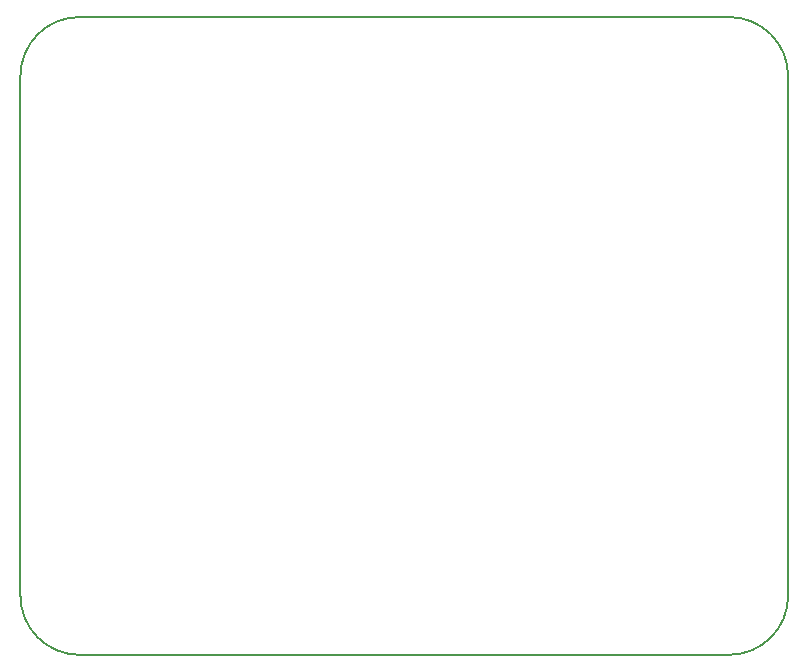
<source format=gbr>
%TF.GenerationSoftware,KiCad,Pcbnew,8.0.1*%
%TF.CreationDate,2025-05-19T10:21:45+02:00*%
%TF.ProjectId,stm32f103 board,73746d33-3266-4313-9033-20626f617264,rev?*%
%TF.SameCoordinates,Original*%
%TF.FileFunction,Profile,NP*%
%FSLAX46Y46*%
G04 Gerber Fmt 4.6, Leading zero omitted, Abs format (unit mm)*
G04 Created by KiCad (PCBNEW 8.0.1) date 2025-05-19 10:21:45*
%MOMM*%
%LPD*%
G01*
G04 APERTURE LIST*
%TA.AperFunction,Profile*%
%ADD10C,0.200000*%
%TD*%
G04 APERTURE END LIST*
D10*
X143620000Y-76400000D02*
G75*
G02*
X148620000Y-81400000I0J-5000000D01*
G01*
X88620001Y-130400000D02*
X143620000Y-130400000D01*
X148620000Y-125400000D02*
G75*
G02*
X143620000Y-130400000I-5000000J0D01*
G01*
X83620000Y-81400001D02*
G75*
G02*
X88619999Y-76400000I5000000J1D01*
G01*
X88620001Y-130400000D02*
G75*
G02*
X83620000Y-125400001I-1J5000000D01*
G01*
X148620000Y-125400000D02*
X148620000Y-81400000D01*
X143620000Y-76400000D02*
X88619999Y-76400000D01*
X83620000Y-81400001D02*
X83620000Y-125400001D01*
M02*

</source>
